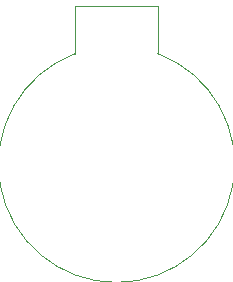
<source format=gbr>
G04 #@! TF.GenerationSoftware,KiCad,Pcbnew,(5.1.5-0-10_14)*
G04 #@! TF.CreationDate,2021-05-03T17:37:28-04:00*
G04 #@! TF.ProjectId,ESLO_RB2,45534c4f-5f52-4423-922e-6b696361645f,rev?*
G04 #@! TF.SameCoordinates,Original*
G04 #@! TF.FileFunction,Profile,NP*
%FSLAX46Y46*%
G04 Gerber Fmt 4.6, Leading zero omitted, Abs format (unit mm)*
G04 Created by KiCad (PCBNEW (5.1.5-0-10_14)) date 2021-05-03 17:37:28*
%MOMM*%
%LPD*%
G04 APERTURE LIST*
%ADD10C,0.050000*%
G04 APERTURE END LIST*
D10*
X219200000Y-79330002D02*
G75*
G02X212200001Y-79330001I-3500000J-9369998D01*
G01*
X219200000Y-75330000D02*
X219200000Y-79330000D01*
X212200000Y-75330000D02*
X219200000Y-75330000D01*
X212200000Y-79330000D02*
X212200000Y-75330000D01*
M02*

</source>
